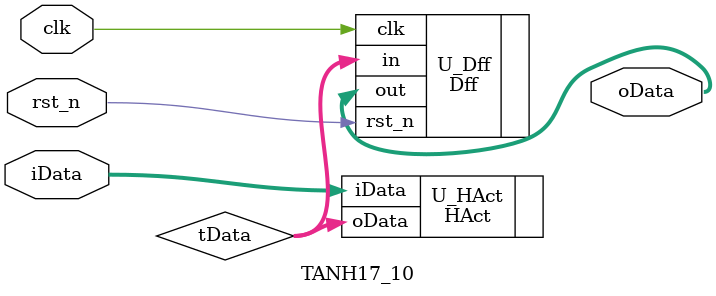
<source format=sv>
`include "HAct.sv"
`include "Dff.sv"

module TANH17_10 #(
    parameter IWID = 17,
    parameter ADIM = 64,
    parameter OWID = 10
) (
    input logic clk,
    input logic rst_n,
    input logic [IWID - 1 : 0] iData,
    output logic [OWID - 1 : 0] oData
);

    logic [OWID - 1 : 0] tData;

    HAct #(
        .IWID(IWID),
        .ADIM(ADIM),
        .OWID(OWID),
        .RELU(0)
    ) U_HAct(
        .iData(iData),
        .oData(tData)
    );

    Dff #(
        .IWID(OWID)
    ) U_Dff(
        .clk(clk),
        .rst_n(rst_n),
        .in(tData),
        .out(oData)
    );

endmodule
</source>
